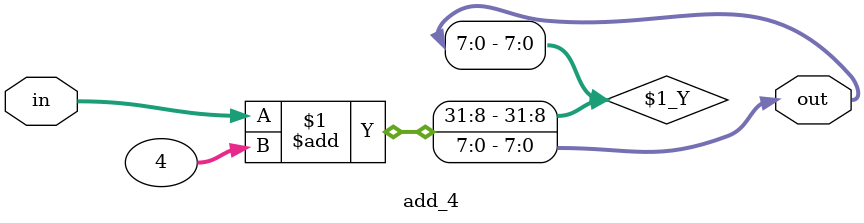
<source format=v>
module add_4(
    input wire [7:0] in,
    output wire [7:0] out
);
    assign out = in + 4;
endmodule
</source>
